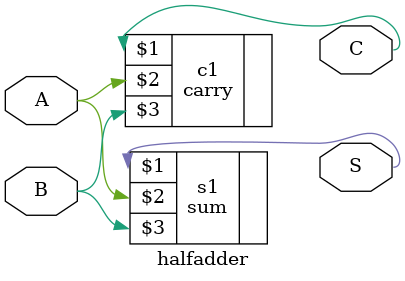
<source format=v>
module halfadder(S, C, A, B);
	output S, C;
	input A, B;
	sum s1(S, A, B);
	carry c1(C, A, B);
endmodule


</source>
